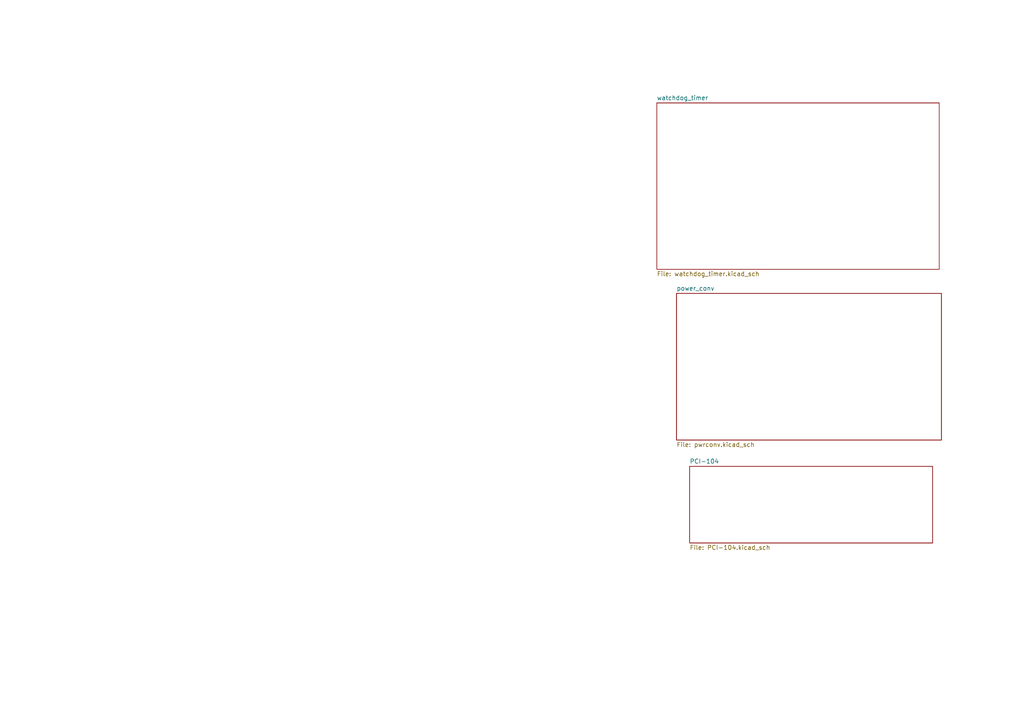
<source format=kicad_sch>
(kicad_sch
	(version 20250114)
	(generator "eeschema")
	(generator_version "9.0")
	(uuid "e5aefcdf-1552-4881-b70a-fd78aade4bcb")
	(paper "A4")
	(title_block
		(date "2025-11-13")
	)
	(lib_symbols)
	(sheet
		(at 190.5 29.845)
		(size 81.915 48.26)
		(exclude_from_sim no)
		(in_bom yes)
		(on_board yes)
		(dnp no)
		(fields_autoplaced yes)
		(stroke
			(width 0.1524)
			(type solid)
		)
		(fill
			(color 0 0 0 0.0000)
		)
		(uuid "053a39ba-618d-4bb1-abd6-23425a83bd33")
		(property "Sheetname" "watchdog_timer"
			(at 190.5 29.1334 0)
			(effects
				(font
					(size 1.27 1.27)
				)
				(justify left bottom)
			)
		)
		(property "Sheetfile" "watchdog_timer.kicad_sch"
			(at 190.5 78.6896 0)
			(effects
				(font
					(size 1.27 1.27)
				)
				(justify left top)
			)
		)
		(instances
			(project "EPS_PCB"
				(path "/e5aefcdf-1552-4881-b70a-fd78aade4bcb"
					(page "4")
				)
			)
		)
	)
	(sheet
		(at 200.025 135.255)
		(size 70.485 22.225)
		(exclude_from_sim no)
		(in_bom yes)
		(on_board yes)
		(dnp no)
		(fields_autoplaced yes)
		(stroke
			(width 0.1524)
			(type solid)
		)
		(fill
			(color 0 0 0 0.0000)
		)
		(uuid "8ce33b21-edd9-45e7-a202-eb79c335ac4d")
		(property "Sheetname" "PCI-104"
			(at 200.025 134.5434 0)
			(effects
				(font
					(size 1.27 1.27)
				)
				(justify left bottom)
			)
		)
		(property "Sheetfile" "PCI-104.kicad_sch"
			(at 200.025 158.0646 0)
			(effects
				(font
					(size 1.27 1.27)
				)
				(justify left top)
			)
		)
		(instances
			(project "EPS_PCB"
				(path "/e5aefcdf-1552-4881-b70a-fd78aade4bcb"
					(page "2")
				)
			)
		)
	)
	(sheet
		(at 196.215 85.09)
		(size 76.835 42.545)
		(exclude_from_sim no)
		(in_bom yes)
		(on_board yes)
		(dnp no)
		(fields_autoplaced yes)
		(stroke
			(width 0.1524)
			(type solid)
		)
		(fill
			(color 0 0 0 0.0000)
		)
		(uuid "b0e0f9e9-e39c-4f93-a8b5-ddf6770a9a8d")
		(property "Sheetname" "power_conv"
			(at 196.215 84.3784 0)
			(effects
				(font
					(size 1.27 1.27)
				)
				(justify left bottom)
			)
		)
		(property "Sheetfile" "pwrconv.kicad_sch"
			(at 196.215 128.2196 0)
			(effects
				(font
					(size 1.27 1.27)
				)
				(justify left top)
			)
		)
		(instances
			(project "EPS_PCB"
				(path "/e5aefcdf-1552-4881-b70a-fd78aade4bcb"
					(page "3")
				)
			)
		)
	)
	(sheet_instances
		(path "/"
			(page "1")
		)
	)
	(embedded_fonts no)
)

</source>
